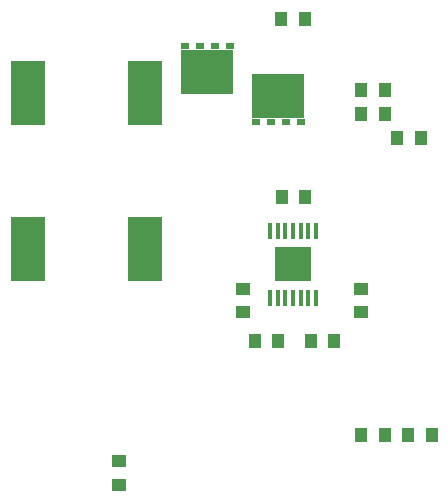
<source format=gtp>
G04*
G04 #@! TF.GenerationSoftware,Altium Limited,Altium Designer,21.6.4 (81)*
G04*
G04 Layer_Color=8421504*
%FSLAX44Y44*%
%MOMM*%
G71*
G04*
G04 #@! TF.SameCoordinates,349311D0-8F54-414D-B441-84A76E2CFB74*
G04*
G04*
G04 #@! TF.FilePolarity,Positive*
G04*
G01*
G75*
%ADD16R,0.3556X1.4224*%
%ADD17R,3.0988X2.9972*%
%ADD18R,1.0000X1.2500*%
%ADD19R,1.2500X1.0000*%
%ADD20R,2.8956X5.4102*%
%ADD21R,0.7100X0.5900*%
%ADD22R,4.5200X3.8500*%
D16*
X242442Y192302D02*
D03*
X249046D02*
D03*
X255396D02*
D03*
X262000D02*
D03*
X268604D02*
D03*
X274954D02*
D03*
X281558D02*
D03*
Y249198D02*
D03*
X274954D02*
D03*
X268604D02*
D03*
X262000D02*
D03*
X255396D02*
D03*
X249046D02*
D03*
X242442D02*
D03*
D17*
X262000Y220750D02*
D03*
D18*
X252500Y277500D02*
D03*
X272500D02*
D03*
X379500Y75750D02*
D03*
X359500D02*
D03*
X339500D02*
D03*
X319500D02*
D03*
X272000Y428250D02*
D03*
X252000D02*
D03*
X370000Y327500D02*
D03*
X350000D02*
D03*
X229500Y155750D02*
D03*
X249500D02*
D03*
X297000Y155750D02*
D03*
X277000D02*
D03*
X339500Y348250D02*
D03*
X319500D02*
D03*
X339500Y368250D02*
D03*
X319500D02*
D03*
D19*
X220000Y200000D02*
D03*
Y180000D02*
D03*
X114500Y53750D02*
D03*
Y33750D02*
D03*
X320000Y180000D02*
D03*
Y200000D02*
D03*
D20*
X136530Y365750D02*
D03*
X37470D02*
D03*
X136530Y233250D02*
D03*
X37470D02*
D03*
D21*
X170450Y405400D02*
D03*
X183150D02*
D03*
X195850D02*
D03*
X208550D02*
D03*
X230450Y341100D02*
D03*
X243150D02*
D03*
X255850D02*
D03*
X268550D02*
D03*
D22*
X189500Y383250D02*
D03*
X249500Y363250D02*
D03*
M02*

</source>
